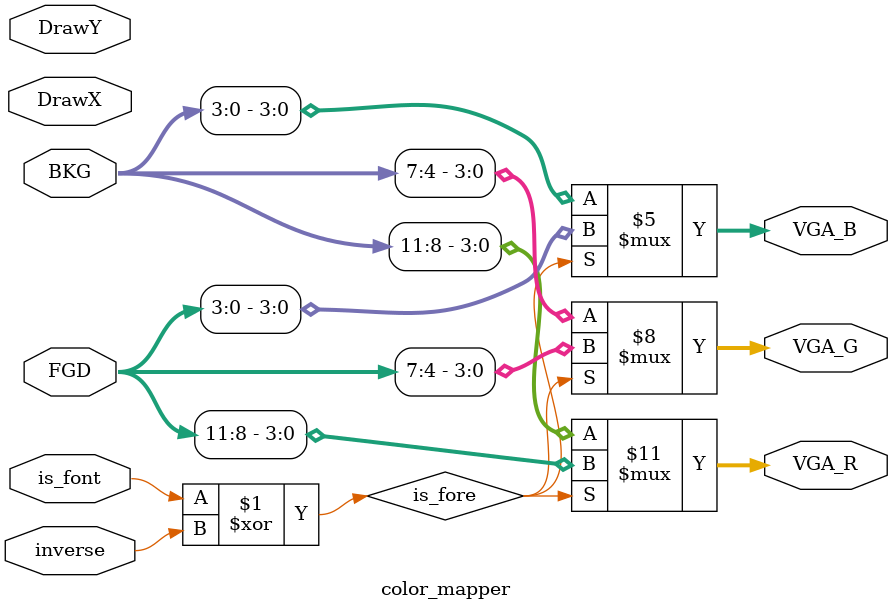
<source format=sv>

module  color_mapper ( 
    input              is_font, inverse,
    input [11:0] FGD, BKG,
    input        [9:0] DrawX, DrawY,       // Current pixel coordinates
    output logic [3:0] VGA_R, VGA_G, VGA_B // VGA RGB output
);
    logic is_fore;
    assign is_fore = is_font ^ inverse;
    
    // Assign color based on is_ball signal
    always_comb
    begin
        if (is_fore == 1'b1) 
        begin
            // Foreground
            VGA_R = FGD[11:8];
            VGA_G = FGD[7:4];
            VGA_B = FGD[3:0];
        end
        else 
        begin
            // Background
            VGA_R = BKG[11:8];
            VGA_G = BKG[7:4];
            VGA_B = BKG[3:0];
        end
    end 
    
endmodule

</source>
